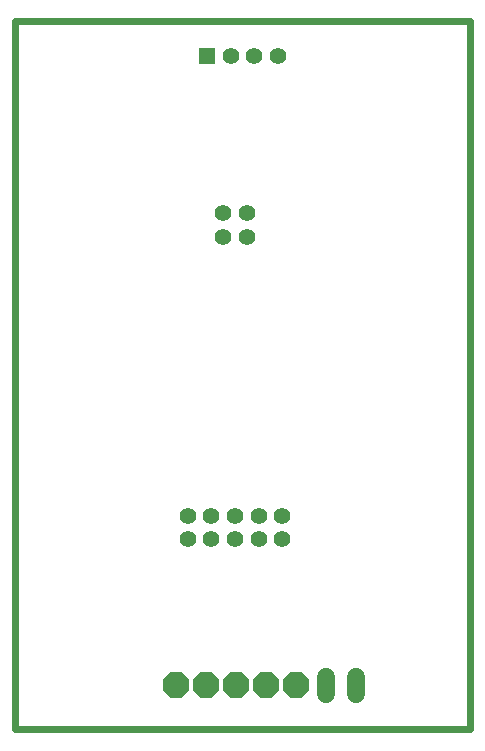
<source format=gbs>
G75*
%MOIN*%
%OFA0B0*%
%FSLAX25Y25*%
%IPPOS*%
%LPD*%
%AMOC8*
5,1,8,0,0,1.08239X$1,22.5*
%
%ADD10C,0.02400*%
%ADD11C,0.05550*%
%ADD12R,0.05550X0.05550*%
%ADD13C,0.06000*%
%ADD14OC8,0.08900*%
D10*
X0024406Y0031228D02*
X0175981Y0031228D01*
X0175981Y0267449D01*
X0024406Y0267449D01*
X0024406Y0031228D01*
D11*
X0081946Y0094575D03*
X0089820Y0094575D03*
X0097694Y0094575D03*
X0105568Y0094575D03*
X0113442Y0094575D03*
X0113442Y0102449D03*
X0105568Y0102449D03*
X0097694Y0102449D03*
X0089820Y0102449D03*
X0081946Y0102449D03*
X0093757Y0195362D03*
X0093757Y0203236D03*
X0101631Y0203236D03*
X0101631Y0195362D03*
X0104131Y0255638D03*
X0112005Y0255638D03*
X0096257Y0255638D03*
D12*
X0088383Y0255638D03*
D13*
X0128186Y0048713D02*
X0128186Y0043113D01*
X0138186Y0043113D02*
X0138186Y0048713D01*
D14*
X0118186Y0045913D03*
X0108186Y0045913D03*
X0098186Y0045913D03*
X0088186Y0045913D03*
X0078186Y0045913D03*
M02*

</source>
